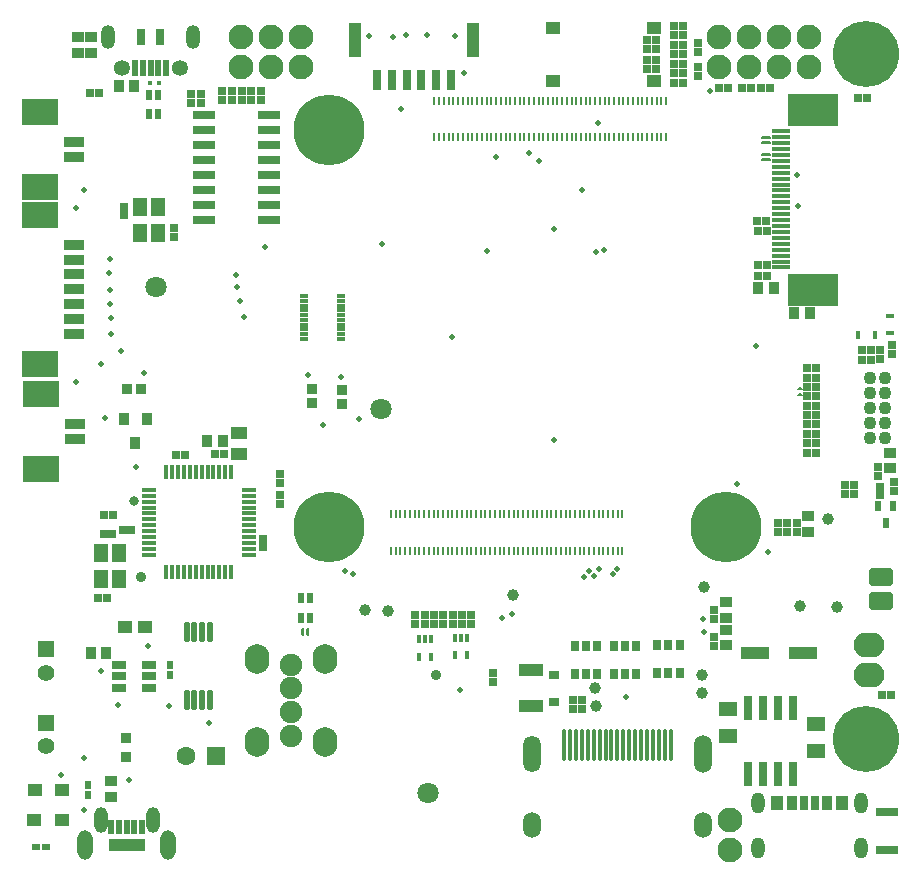
<source format=gbr>
%FSTAX23Y23*%
%MOIN*%
%SFA1B1*%

%IPPOS*%
%AMD160*
4,1,8,-0.009900,0.028700,-0.009900,-0.028700,-0.005900,-0.032700,0.005900,-0.032700,0.009900,-0.028700,0.009900,0.028700,0.005900,0.032700,-0.005900,0.032700,-0.009900,0.028700,0.0*
1,1,0.007953,-0.005900,0.028700*
1,1,0.007953,-0.005900,-0.028700*
1,1,0.007953,0.005900,-0.028700*
1,1,0.007953,0.005900,0.028700*
%
%AMD194*
4,1,8,-0.012800,0.017700,-0.012800,-0.017700,-0.012800,-0.017700,0.012800,-0.017700,0.012800,-0.017700,0.012800,0.017700,0.012800,0.017700,-0.012800,0.017700,-0.012800,0.017700,0.0*
1,1,0.000000,-0.012800,0.017700*
1,1,0.000000,-0.012800,-0.017700*
1,1,0.000000,0.012800,-0.017700*
1,1,0.000000,0.012800,0.017700*
%
%AMD216*
4,1,8,-0.041400,0.014800,-0.041400,-0.014800,-0.024600,-0.031500,0.024600,-0.031500,0.041400,-0.014800,0.041400,0.014800,0.024600,0.031500,-0.024600,0.031500,-0.041400,0.014800,0.0*
1,1,0.033528,-0.024600,0.014800*
1,1,0.033528,-0.024600,-0.014800*
1,1,0.033528,0.024600,-0.014800*
1,1,0.033528,0.024600,0.014800*
%
%ADD15R,0.031735X0.033788*%
%ADD18R,0.045596X0.039848*%
%ADD19R,0.022538X0.026813*%
%ADD20R,0.026813X0.022538*%
%ADD23R,0.033788X0.031735*%
%ADD30R,0.049212X0.043307*%
%ADD32R,0.035911X0.033808*%
%ADD35C,0.035000*%
%ADD48R,0.094937X0.043811*%
%ADD49O,0.020000X0.010000*%
%ADD50O,0.035000X0.010000*%
%ADD51C,0.031496*%
%ADD52C,0.015748*%
%ADD64O,0.010000X0.030000*%
%ADD66C,0.070866*%
%ADD91C,0.236220*%
%ADD157R,0.078937X0.042937*%
%ADD158R,0.028016X0.084016*%
%ADD159R,0.035512X0.039449*%
G04~CAMADD=160~8~0.0~0.0~654.3~197.6~39.8~0.0~15~0.0~0.0~0.0~0.0~0~0.0~0.0~0.0~0.0~0~0.0~0.0~0.0~90.0~198.0~654.0*
%ADD160D160*%
%ADD161R,0.043386X0.114252*%
%ADD162R,0.027638X0.070945*%
%ADD163R,0.036016X0.041016*%
%ADD164R,0.122126X0.086693*%
%ADD165R,0.067008X0.035512*%
%ADD166R,0.051260X0.025669*%
%ADD167R,0.019764X0.051260*%
%ADD168R,0.122126X0.039449*%
%ADD169R,0.041016X0.036016*%
%ADD170R,0.009874X0.029559*%
%ADD171R,0.031575X0.011890*%
%ADD172C,0.039016*%
%ADD173R,0.026000X0.028000*%
%ADD174R,0.019764X0.037480*%
%ADD175R,0.028000X0.026000*%
%ADD176R,0.049291X0.059134*%
%ADD177R,0.051244X0.015811*%
%ADD178R,0.015811X0.051244*%
%ADD179R,0.055181X0.039433*%
%ADD180R,0.074882X0.025669*%
%ADD181R,0.039449X0.049291*%
%ADD182R,0.035512X0.049291*%
%ADD183R,0.031575X0.049291*%
%ADD184R,0.059055X0.047244*%
%ADD185R,0.027638X0.057165*%
%ADD186R,0.019764X0.053228*%
%ADD187R,0.015811X0.025653*%
%ADD188O,0.015039X0.106378*%
%ADD189R,0.074882X0.027638*%
%ADD190R,0.051244X0.043370*%
%ADD191R,0.059118X0.015811*%
%ADD192R,0.165417X0.108330*%
%ADD193R,0.025622X0.017748*%
G04~CAMADD=194~8~0.0~0.0~354.3~255.9~0.0~0.0~15~0.0~0.0~0.0~0.0~0~0.0~0.0~0.0~0.0~0~0.0~0.0~0.0~90.0~256.0~354.0*
%ADD194D194*%
%ADD195R,0.024472X0.036677*%
%ADD196R,0.017748X0.025622*%
%ADD197R,0.036677X0.028803*%
%ADD198O,0.051260X0.098504*%
%ADD199O,0.045354X0.086693*%
%ADD200C,0.063071*%
%ADD201R,0.063071X0.063071*%
%ADD202R,0.055512X0.055512*%
%ADD203C,0.055512*%
%ADD204O,0.082756X0.098504*%
%ADD205C,0.082756*%
%ADD206O,0.043370X0.070929*%
%ADD207C,0.004016*%
%ADD208C,0.220535*%
%ADD209O,0.047323X0.078819*%
%ADD210C,0.053228*%
%ADD211C,0.043386*%
%ADD212O,0.059134X0.122126*%
%ADD213O,0.059134X0.126063*%
%ADD214O,0.059134X0.086693*%
%ADD215C,0.074882*%
G04~CAMADD=216~8~0.0~0.0~630.6~827.4~167.6~0.0~15~0.0~0.0~0.0~0.0~0~0.0~0.0~0.0~0.0~0~0.0~0.0~0.0~90.0~828.0~631.0*
%ADD216D216*%
%ADD217O,0.102441X0.082756*%
%ADD218C,0.019764*%
%LNx98_carrier_v1r2_12082022_soldermask_top-1*%
%LPD*%
G54D15*
X0041Y01592D03*
X00363D03*
G54D18*
X00422Y008D03*
X00357D03*
G54D19*
X00508Y00673D03*
Y0064D03*
X00232Y00272D03*
Y00239D03*
G54D20*
X00094Y00064D03*
X00061D03*
G54D23*
X01079Y01588D03*
Y01541D03*
X0098Y01593D03*
Y01545D03*
G54D30*
X00053Y00156D03*
X00146D03*
X00055Y00255D03*
X00148D03*
G54D32*
X0036Y00428D03*
Y00367D03*
G54D35*
X0041Y00966D03*
X01392Y00638D03*
G54D48*
X02457Y00713D03*
X02618D03*
G54D49*
X02608Y01573D03*
X02608Y01593D03*
G54D50*
X02492Y02355D03*
Y02428D03*
Y02413D03*
Y02371D03*
G54D51*
X00385Y01219D03*
G54D52*
X00439Y02611D03*
X0047D03*
G54D64*
X00951Y00782D03*
X00965D03*
G54D66*
X01368Y00244D03*
X01209Y01524D03*
X00459Y01933D03*
G54D91*
X01038Y01133D03*
Y02456D03*
X02361Y01133D03*
G54D157*
X01711Y00654D03*
Y00536D03*
G54D158*
X02584Y0053D03*
Y0031D03*
X02534D03*
X02484D03*
X02434D03*
Y0053D03*
X02484Y0053D03*
X02534Y0053D03*
G54D159*
X00429Y01492D03*
X00354D03*
X00391Y01413D03*
G54D160*
X00562Y00781D03*
X00587D03*
X00613D03*
X00639D03*
Y00554D03*
X00613D03*
X00587D03*
X00562D03*
G54D161*
X01124Y02755D03*
X01515D03*
G54D162*
X01196Y02623D03*
X01246D03*
X01443D03*
X01393D03*
X01295D03*
X01344D03*
G54D163*
X00242Y00713D03*
X00293D03*
X02587Y01844D03*
X02639D03*
X02468Y0193D03*
X02519Y0193D03*
X00631Y01418D03*
X00682D03*
X00335Y02601D03*
X00386D03*
G54D164*
X00076Y01577D03*
Y01327D03*
X00074Y01676D03*
Y02173D03*
Y02265D03*
Y02515D03*
G54D165*
X0019Y01476D03*
Y01427D03*
X00188Y01777D03*
Y01826D03*
Y01875D03*
Y01924D03*
Y01974D03*
Y02072D03*
Y02023D03*
Y02365D03*
Y02414D03*
G54D166*
X00437Y00597D03*
Y00635D03*
Y00672D03*
X00335D03*
Y00597D03*
Y00635D03*
G54D167*
X00362Y00133D03*
X00337D03*
X00311D03*
X00388D03*
X00413D03*
G54D168*
X00362Y00072D03*
G54D169*
X00311Y00284D03*
Y00233D03*
X02359Y00789D03*
Y00738D03*
Y00881D03*
Y00829D03*
X00244Y02713D03*
Y02764D03*
X00199Y02713D03*
Y02764D03*
X02907Y01328D03*
Y0138D03*
X02634Y01116D03*
Y01168D03*
G54D170*
X0164Y02431D03*
X01983Y01053D03*
X01999D03*
X0216Y02431D03*
X02144D03*
X02129D03*
X02113D03*
X02097D03*
X02081D03*
X02066D03*
X01955D03*
X01971D03*
X01987D03*
X02003D03*
X02018D03*
X02034D03*
X0205D03*
X01845D03*
X01861D03*
X01877D03*
X01892D03*
X01908D03*
X01924D03*
X0194D03*
X01829D03*
X01814D03*
X01798D03*
X01782D03*
X01766D03*
X01751D03*
X01735D03*
X01546D03*
X01562D03*
X01577D03*
X01593D03*
X01609D03*
X01625D03*
X01719D03*
X01703D03*
X01688D03*
X01672D03*
X01656D03*
Y02552D03*
X01672D03*
X01688D03*
X01703D03*
X01719D03*
X0164D03*
X01625D03*
X01609D03*
X01593D03*
X01577D03*
X01562D03*
X01546D03*
X01735D03*
X01751D03*
X01766D03*
X01782D03*
X01798D03*
X01814D03*
X01829D03*
X0194D03*
X01924D03*
X01908D03*
X01892D03*
X01877D03*
X01861D03*
X01845D03*
X0205D03*
X02034D03*
X02018D03*
X02003D03*
X01987D03*
X01971D03*
X01955D03*
X02066D03*
X02081D03*
X02097D03*
X02113D03*
X02129D03*
X02144D03*
X0216D03*
X01388D03*
X01404D03*
X0142D03*
X01436D03*
X01451D03*
X01467D03*
X01483D03*
X0153D03*
X01514D03*
X01499D03*
Y02431D03*
X01514D03*
X0153D03*
X01483D03*
X01467D03*
X01451D03*
X01436D03*
X0142D03*
X01404D03*
X01388D03*
X01243Y01053D03*
X01259D03*
X01274D03*
X0129D03*
X01306D03*
X01322D03*
X01337D03*
X01385D03*
X01369D03*
X01353D03*
Y01174D03*
X01369D03*
X01385D03*
X01337D03*
X01322D03*
X01306D03*
X0129D03*
X01274D03*
X01259D03*
X01243D03*
X02014D03*
X01999D03*
X01983D03*
X01967D03*
X01951D03*
X01936D03*
X0192D03*
X0181D03*
X01825D03*
X01841D03*
X01857D03*
X01873D03*
X01888D03*
X01904D03*
X01699D03*
X01715D03*
X01731D03*
X01747D03*
X01762D03*
X01778D03*
X01794D03*
X01684D03*
X01668D03*
X01652D03*
X01636D03*
X01621D03*
X01605D03*
X01589D03*
X014D03*
X01416D03*
X01432D03*
X01447D03*
X01463D03*
X01479D03*
X01495D03*
X01573D03*
X01558D03*
X01542D03*
X01526D03*
X0151D03*
Y01053D03*
X01526D03*
X01542D03*
X01558D03*
X01573D03*
X01495D03*
X01479D03*
X01463D03*
X01447D03*
X01432D03*
X01416D03*
X014D03*
X01589D03*
X01605D03*
X01621D03*
X01636D03*
X01652D03*
X01668D03*
X01684D03*
X01794D03*
X01778D03*
X01762D03*
X01747D03*
X01731D03*
X01715D03*
X01699D03*
X01904D03*
X01888D03*
X01873D03*
X01857D03*
X01841D03*
X01825D03*
X0181D03*
X0192D03*
X01936D03*
X01951D03*
X01967D03*
X02014D03*
G54D171*
X01075Y01901D03*
X00954D03*
X01075Y01885D03*
X00954D03*
X01075Y01869D03*
X00954D03*
X01075Y01854D03*
X00954D03*
X01075Y01838D03*
X00954D03*
X01075Y01822D03*
X00954D03*
X01075Y01806D03*
X00954D03*
X01075Y01791D03*
X00954D03*
X01075Y01775D03*
X00954D03*
X01075Y01759D03*
X00954D03*
G54D172*
X02279Y0064D03*
Y0058D03*
X01925Y00534D03*
X01924Y00595D03*
X01232Y00853D03*
X01155Y00855D03*
X01651Y00907D03*
X02699Y01158D03*
X02606Y0087D03*
X02285Y00931D03*
X0273Y00864D03*
G54D173*
X00286Y01172D03*
X00316D03*
X00271Y0258D03*
X00241D03*
X00285Y01109D03*
X00314D03*
X00298Y00896D03*
X00268D03*
X02496Y0197D03*
X02466D03*
X00658Y01376D03*
X00687D03*
X02496Y02006D03*
X02466D03*
X02493Y02152D03*
X02464D03*
X02496Y0212D03*
X02466D03*
X00528Y01371D03*
X00557D03*
X00349Y01121D03*
X00378D03*
X02508Y02594D03*
X02478D03*
X02444D03*
X02414D03*
X02368D03*
X02338D03*
X02097Y02756D03*
X02126D03*
X02186Y02771D03*
X02215D03*
X02185Y02644D03*
X02215D03*
X02186Y02739D03*
X02215D03*
X02097Y02725D03*
X02126D03*
X02186Y02803D03*
X02215D03*
X02185Y02676D03*
X02215D03*
X02186Y02708D03*
X02215D03*
X02097Y02658D03*
X02126D03*
X02185Y02612D03*
X02215D03*
X02097Y02689D03*
X02126D03*
X02813Y01723D03*
X02842D03*
X02659Y01661D03*
X0263D03*
X02659Y0163D03*
X0263D03*
X02659Y01599D03*
X0263D03*
X02659Y01568D03*
X0263D03*
X02659Y01536D03*
X0263D03*
X02659Y01505D03*
X0263D03*
X02659Y01474D03*
X0263D03*
X02659Y01443D03*
X0263D03*
Y01412D03*
X02659D03*
Y0138D03*
X0263D03*
X02842Y01688D03*
X02813D03*
X0288Y00571D03*
X02909D03*
X02829Y02562D03*
X02799D03*
G54D174*
X00943Y00829D03*
X00973D03*
Y00894D03*
X00943D03*
X00437Y02573D03*
X00467D03*
Y02508D03*
X00437D03*
G54D175*
X00873Y01239D03*
Y0121D03*
Y01308D03*
Y01279D03*
X00817Y01093D03*
Y01064D03*
X00713Y02556D03*
Y02585D03*
X00681Y02556D03*
Y02585D03*
X00609Y02545D03*
Y02575D03*
X00577Y02575D03*
Y02545D03*
X0232Y00736D03*
Y00765D03*
X01583Y00617D03*
Y00647D03*
X00777Y02556D03*
Y02585D03*
X0081Y02556D03*
Y02585D03*
X00352Y02171D03*
Y022D03*
X0052Y02128D03*
Y02099D03*
X00745Y02556D03*
Y02585D03*
X0232Y00855D03*
Y00826D03*
X02756Y01243D03*
Y01272D03*
X02788Y01242D03*
Y01271D03*
X02868Y01303D03*
Y01333D03*
X02872Y01238D03*
Y01267D03*
X02914Y01708D03*
Y01738D03*
X0148Y00808D03*
Y00838D03*
X01511Y00808D03*
Y00838D03*
X01449Y00808D03*
Y00838D03*
X01417Y00808D03*
Y00838D03*
X01386Y00809D03*
Y00839D03*
X01355Y00838D03*
Y00808D03*
X01324Y00838D03*
Y00808D03*
X02919Y01251D03*
Y01281D03*
X01881Y00557D03*
Y00527D03*
X01849Y00557D03*
Y00527D03*
X02265Y02745D03*
Y02715D03*
Y02667D03*
Y02637D03*
X02874Y01723D03*
Y01693D03*
X02564Y01144D03*
Y01114D03*
X02532Y01144D03*
Y01114D03*
X02596Y01144D03*
Y01114D03*
G54D176*
X00275Y00959D03*
X00338Y01046D03*
X00275D03*
X00338Y00959D03*
X00468Y02112D03*
X00405Y02198D03*
Y02112D03*
X00468Y02198D03*
G54D177*
X00435Y01197D03*
Y01217D03*
Y01237D03*
Y01256D03*
X00769D03*
Y01237D03*
Y01217D03*
Y01197D03*
Y01178D03*
Y01158D03*
Y01138D03*
Y01119D03*
Y01099D03*
Y01079D03*
Y01059D03*
Y0104D03*
X00435D03*
Y01059D03*
Y01079D03*
Y01099D03*
Y01119D03*
Y01138D03*
Y01158D03*
Y01178D03*
G54D178*
X00494Y01315D03*
X00513D03*
X00533D03*
X00553D03*
X00573D03*
X00592D03*
X00612D03*
X00632D03*
X00651D03*
X00671D03*
X00691D03*
X0071D03*
Y00981D03*
X00691D03*
X00671D03*
X00651D03*
X00632D03*
X00612D03*
X00592D03*
X00573D03*
X00553D03*
X00533D03*
X00513D03*
X00494D03*
G54D179*
X00736Y01447D03*
Y01376D03*
G54D180*
X02895Y00182D03*
Y00057D03*
G54D181*
X02747Y00212D03*
X0253D03*
G54D182*
X02698Y00212D03*
X02579D03*
G54D183*
X02619Y00212D03*
X02658D03*
G54D184*
X02365Y00435D03*
Y00526D03*
X02659Y00385D03*
Y00476D03*
G54D185*
X00474Y02766D03*
X00411D03*
G54D186*
X00391Y02662D03*
X00417D03*
X00494D03*
X00468D03*
X00442D03*
G54D187*
X01458Y00763D03*
X01477D03*
X01497D03*
Y00704D03*
X01458D03*
X01377Y00758D03*
X01357D03*
X01338D03*
Y00699D03*
X01377D03*
G54D188*
X02175Y00405D03*
X02155D03*
X02136D03*
X02116D03*
X02096D03*
X02077D03*
X02057D03*
X02037D03*
X02018D03*
X01998D03*
X01978D03*
X01959D03*
X01939D03*
X01919D03*
X019D03*
X0188D03*
X0186D03*
X01841D03*
X01821D03*
G54D189*
X00619Y02505D03*
X00835D03*
X00619Y02355D03*
Y02205D03*
Y02155D03*
Y02405D03*
Y02455D03*
Y02255D03*
Y02305D03*
X00835Y02155D03*
Y02205D03*
Y02255D03*
Y02305D03*
Y02355D03*
Y02405D03*
Y02455D03*
G54D190*
X02121Y02619D03*
X01783D03*
Y02796D03*
X02121D03*
G54D191*
X02543Y02116D03*
Y02037D03*
Y02017D03*
Y02136D03*
Y02175D03*
Y02195D03*
Y02234D03*
Y02254D03*
Y02293D03*
Y02313D03*
Y02411D03*
Y02431D03*
Y02352D03*
Y02372D03*
Y02057D03*
Y02077D03*
Y02096D03*
Y02214D03*
Y02155D03*
Y02273D03*
Y02332D03*
Y02391D03*
Y02451D03*
Y01998D03*
G54D192*
X02649Y02521D03*
Y01923D03*
G54D193*
X02908Y0178D03*
Y01835D03*
G54D194*
X01892Y00735D03*
Y00642D03*
X01855D03*
X01929Y00735D03*
X01855D03*
X01929Y00642D03*
X02024Y00735D03*
Y00642D03*
X01987D03*
Y00735D03*
X02061D03*
Y00642D03*
X02168Y00739D03*
Y00645D03*
X0213D03*
Y00739D03*
X02205D03*
Y00645D03*
G54D195*
X02918Y01202D03*
X02892Y01144D03*
X02867Y01202D03*
G54D196*
X02855Y01773D03*
X028D03*
G54D197*
X01788Y0055D03*
Y00638D03*
G54D198*
X00224Y00072D03*
X005D03*
G54D199*
X00275Y00154D03*
X0045D03*
G54D200*
X00561Y0037D03*
G54D201*
X00661Y0037D03*
G54D202*
X00094Y00479D03*
X00093Y00725D03*
G54D203*
X00094Y00401D03*
X00093Y00647D03*
G54D204*
X00796Y00417D03*
X01024D03*
Y00692D03*
X00796D03*
G54D205*
X02374Y00157D03*
Y00057D03*
X02637Y02764D03*
X02537D03*
X02437D03*
X02337D03*
Y02664D03*
X02437D03*
X02537D03*
X02637D03*
X00944Y02764D03*
X00844D03*
X00744D03*
Y02664D03*
X00844D03*
X00944D03*
G54D206*
X02468Y00062D03*
X02809Y00062D03*
Y00212D03*
X02468D03*
G54D207*
X01232Y00118D03*
X01547D03*
G54D208*
X02828Y02708D03*
Y00425D03*
G54D209*
X00584Y02765D03*
X00301D03*
G54D210*
X00346Y02661D03*
X00539D03*
G54D211*
X0289Y01528D03*
Y01478D03*
X0284D03*
Y01428D03*
Y01528D03*
Y01578D03*
X0289Y01428D03*
Y01578D03*
X0284Y01628D03*
X0289D03*
G54D212*
X01713Y00375D03*
G54D213*
X02283Y00375D03*
G54D214*
X02283Y00139D03*
X01713D03*
G54D215*
X0091Y00437D03*
Y00515D03*
Y00594D03*
Y00673D03*
G54D216*
X02875Y00887D03*
Y00965D03*
G54D217*
X02837Y0064D03*
Y0074D03*
G54D218*
X01487Y02645D03*
X01275Y02527D03*
X01737Y02351D03*
X01702Y02378D03*
X01594Y02366D03*
X01362Y02771D03*
X01456Y02769D03*
X01249Y02764D03*
X01171Y02768D03*
X01292Y02772D03*
X00392Y01333D03*
X0029Y01496D03*
X00143Y00304D03*
X00219Y00361D03*
Y00188D03*
X02596Y02305D03*
X00419Y01644D03*
X00275Y00651D03*
X00194Y01614D03*
X01213Y02074D03*
X00275Y01677D03*
X00194Y02196D03*
X00433Y00734D03*
X00504Y00534D03*
X00637Y0048D03*
X00333Y00539D03*
X0037Y00289D03*
X026Y02203D03*
X0022Y02256D03*
X0109Y00985D03*
X01017Y01473D03*
X01137Y01493D03*
X01116Y00975D03*
X00967Y01638D03*
X01075Y01633D03*
X01998Y00993D03*
X01983Y00974D03*
X01647Y00843D03*
X01952Y02054D03*
X01614Y00828D03*
X01927Y02049D03*
X00307Y02026D03*
X00303Y01978D03*
X00306Y01923D03*
X00308Y01875D03*
X00754Y01831D03*
X00729Y01931D03*
X0074Y01884D03*
X00725Y01973D03*
X01888Y00966D03*
X01904Y00985D03*
X0192Y00968D03*
X01936Y00993D03*
X00343Y0172D03*
X00309Y01777D03*
Y01829D03*
X01447Y01767D03*
X01562Y02053D03*
X00824Y02064D03*
X02284Y00826D03*
X01879Y02257D03*
X02287Y00782D03*
X02459Y01736D03*
X01785Y02127D03*
Y01423D03*
X02501Y01049D03*
X02026Y00565D03*
X02306Y02584D03*
X01934Y02478D03*
X02397Y01274D03*
X01474Y00588D03*
M02*
</source>
